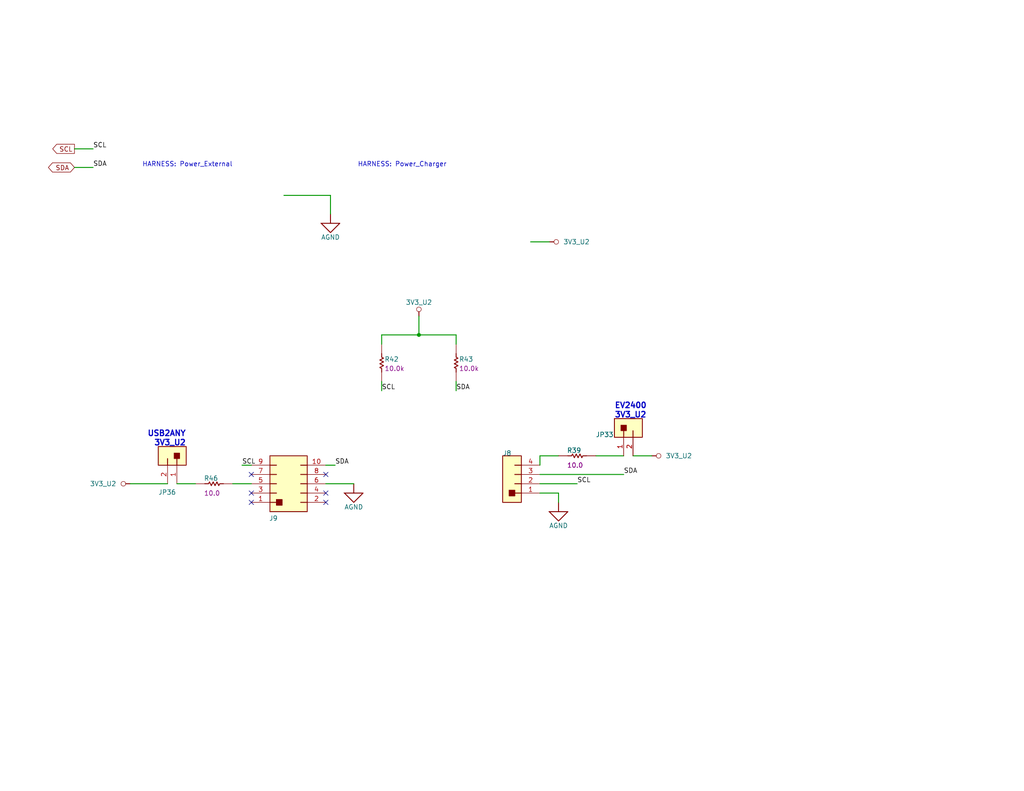
<source format=kicad_sch>
(kicad_sch (version 20211123) (generator eeschema)
  (paper "A")
  (lib_symbols
    (symbol "Top-altium-import:0_CMP-0017299-3"
      (property "Value" "0_CMP-0017299-3" (at 0 0 0))
      (symbol "0_CMP-0017299-3_1_0"
        (polyline (pts (xy 2.54 0) (xy 1.524 0) (xy 1.27 -0.508) (xy 0.762 0.508) (xy 0.254 -0.508) (xy -0.254 0.508) (xy -0.762 -0.508) (xy -1.27 0.508) (xy -1.524 0) (xy -2.54 0)) (stroke (width 0.254)))
        (pin passive line (at -5.08 0 0) (length 2.54) (name "1") (number "1"))
        (pin passive line (at 5.08 0 180) (length 2.54) (name "2") (number "2"))
      )
    )
    (symbol "Top-altium-import:1_CMP-0002337-1"
      (property "Value" "1_CMP-0002337-1" (at 0 0 0))
      (symbol "1_CMP-0002337-1_1_0"
        (polyline (pts (xy 0 0) (xy 0 1.778)) (stroke (width 0.254)))
        (polyline (pts (xy 2.54 0) (xy 2.54 1.778)) (stroke (width 0.254)))
        (rectangle (start 0.762 3.302) (end -0.762 1.778) (fill (type outline)))
        (rectangle (start 5.08 5.08) (end -2.54 0) (stroke (width 0.254)) (fill (type background)))
        (pin passive line (at 0 -5.08 90) (length 5.08) (name "1") (number "1"))
        (pin passive line (at 2.54 -5.08 90) (length 5.08) (name "2") (number "2"))
      )
    )
    (symbol "Top-altium-import:1_CMP-0025958-3"
      (property "Value" "1_CMP-0025958-3" (at 0 0 0))
      (symbol "1_CMP-0025958-3_1_0"
        (polyline (pts (xy 0 2.54) (xy 0 1.524) (xy 0.508 1.27) (xy -0.508 0.762) (xy 0.508 0.254) (xy -0.508 -0.254) (xy 0.508 -0.762) (xy -0.508 -1.27) (xy 0 -1.524) (xy 0 -2.54)) (stroke (width 0.254)))
        (pin passive line (at 0 -5.08 90) (length 2.54) (name "1") (number "1"))
        (pin passive line (at 0 5.08 270) (length 2.54) (name "2") (number "2"))
      )
    )
    (symbol "Top-altium-import:1_mirrored_CMP-0002337-1"
      (property "Value" "1_mirrored_CMP-0002337-1" (at 0 0 0))
      (symbol "1_mirrored_CMP-0002337-1_1_0"
        (polyline (pts (xy -2.54 0) (xy -2.54 1.778)) (stroke (width 0.254)))
        (polyline (pts (xy 0 0) (xy 0 1.778)) (stroke (width 0.254)))
        (rectangle (start 0.762 3.302) (end -0.762 1.778) (fill (type outline)))
        (rectangle (start 2.54 5.08) (end -5.08 0) (stroke (width 0.254)) (fill (type background)))
        (pin passive line (at 0 -5.08 90) (length 5.08) (name "1") (number "1"))
        (pin passive line (at -2.54 -5.08 90) (length 5.08) (name "2") (number "2"))
      )
    )
    (symbol "Top-altium-import:2_CMP-0017299-3"
      (property "Value" "2_CMP-0017299-3" (at 0 0 0))
      (symbol "2_CMP-0017299-3_1_0"
        (polyline (pts (xy -2.54 0) (xy -1.524 0) (xy -1.27 0.508) (xy -0.762 -0.508) (xy -0.254 0.508) (xy 0.254 -0.508) (xy 0.762 0.508) (xy 1.27 -0.508) (xy 1.524 0) (xy 2.54 0)) (stroke (width 0.254)))
        (pin passive line (at 5.08 0 180) (length 2.54) (name "1") (number "1"))
        (pin passive line (at -5.08 0 0) (length 2.54) (name "2") (number "2"))
      )
    )
    (symbol "Top-altium-import:2_CMP-0055187-1"
      (property "Value" "2_CMP-0055187-1" (at 0 0 0))
      (symbol "2_CMP-0055187-1_1_0"
        (rectangle (start -1.778 -1.778) (end -3.302 -3.302) (stroke (width 0.254)) (fill (type outline)))
        (polyline (pts (xy 0 -2.54) (xy -1.778 -2.54)) (stroke (width 0.254)))
        (polyline (pts (xy 0 0) (xy -1.778 0)) (stroke (width 0.254)))
        (polyline (pts (xy 0 2.54) (xy -1.778 2.54)) (stroke (width 0.254)))
        (polyline (pts (xy 0 5.08) (xy -1.778 5.08)) (stroke (width 0.254)))
        (rectangle (start 0 7.62) (end -5.08 -5.08) (stroke (width 0.254)) (fill (type background)))
        (pin passive line (at 5.08 -2.54 180) (length 5.08) (name "1") (number "1"))
        (pin passive line (at 5.08 0 180) (length 5.08) (name "2") (number "2"))
        (pin passive line (at 5.08 2.54 180) (length 5.08) (name "3") (number "3"))
        (pin passive line (at 5.08 5.08 180) (length 5.08) (name "4") (number "4"))
      )
    )
    (symbol "Top-altium-import:2_mirrored_CMP-0055448-2"
      (property "Value" "2_mirrored_CMP-0055448-2" (at 0 0 0))
      (symbol "2_mirrored_CMP-0055448-2_1_0"
        (rectangle (start -1.778 -4.318) (end -3.302 -5.842) (stroke (width 0.254)) (fill (type outline)))
        (polyline (pts (xy -5.08 -5.08) (xy -3.302 -5.08)) (stroke (width 0.254)))
        (polyline (pts (xy -5.08 -2.54) (xy -3.302 -2.54)) (stroke (width 0.254)))
        (polyline (pts (xy -5.08 0) (xy -3.302 0)) (stroke (width 0.254)))
        (polyline (pts (xy -5.08 2.54) (xy -3.302 2.54)) (stroke (width 0.254)))
        (polyline (pts (xy -5.08 5.08) (xy -3.302 5.08)) (stroke (width 0.254)))
        (polyline (pts (xy 5.08 -5.08) (xy 3.302 -5.08)) (stroke (width 0.254)))
        (polyline (pts (xy 5.08 -2.54) (xy 3.302 -2.54)) (stroke (width 0.254)))
        (polyline (pts (xy 5.08 0) (xy 3.302 0)) (stroke (width 0.254)))
        (polyline (pts (xy 5.08 2.54) (xy 3.302 2.54)) (stroke (width 0.254)))
        (polyline (pts (xy 5.08 5.08) (xy 3.302 5.08)) (stroke (width 0.254)))
        (rectangle (start 5.08 7.62) (end -5.08 -7.62) (stroke (width 0.254)) (fill (type background)))
        (pin passive line (at -10.16 -5.08 0) (length 5.08) (name "1") (number "1"))
        (pin passive line (at 10.16 5.08 180) (length 5.08) (name "10") (number "10"))
        (pin passive line (at 10.16 -5.08 180) (length 5.08) (name "2") (number "2"))
        (pin passive line (at -10.16 -2.54 0) (length 5.08) (name "3") (number "3"))
        (pin passive line (at 10.16 -2.54 180) (length 5.08) (name "4") (number "4"))
        (pin passive line (at -10.16 0 0) (length 5.08) (name "5") (number "5"))
        (pin passive line (at 10.16 0 180) (length 5.08) (name "6") (number "6"))
        (pin passive line (at -10.16 2.54 0) (length 5.08) (name "7") (number "7"))
        (pin passive line (at 10.16 2.54 180) (length 5.08) (name "8") (number "8"))
        (pin passive line (at -10.16 5.08 0) (length 5.08) (name "9") (number "9"))
      )
    )
    (symbol "Top-altium-import:3V3_U2" (power)
      (property "Reference" "#PWR" (at 0 0 0))
      (property "Value" "3V3_U2" (at 0 3.81 0))
      (symbol "3V3_U2_0_0"
        (circle (center 0 -1.905) (radius 0.635) (stroke (width 0.127)))
        (polyline (pts (xy 0 0) (xy 0 -1.27)) (stroke (width 0.254)))
        (pin power_in line (at 0 0 0) (length 0) hide (name "3V3_U2") (number ""))
      )
    )
    (symbol "Top-altium-import:AGND" (power)
      (property "Reference" "#PWR" (at 0 0 0))
      (property "Value" "AGND" (at 0 6.35 0))
      (symbol "AGND_0_0"
        (polyline (pts (xy 0 0) (xy 0 -2.54)) (stroke (width 0.254)))
        (polyline (pts (xy -2.54 -2.54) (xy 2.54 -2.54) (xy 0 -5.08) (xy -2.54 -2.54)) (stroke (width 0.254)))
        (pin power_in line (at 0 0 0) (length 0) hide (name "AGND") (number ""))
      )
    )
  )
  (junction (at 114.3 91.44))
  (no_connect (at 88.9 137.16))
  (no_connect (at 68.58 134.62))
  (no_connect (at 68.58 137.16))
  (no_connect (at 68.58 129.54))
  (no_connect (at 88.9 134.62))
  (no_connect (at 88.9 129.54))
  (wire (pts (xy 104.14 91.44) (xy 114.3 91.44)) (stroke (width 0.254)))
  (wire (pts (xy 104.14 104.14) (xy 104.14 106.68)) (stroke (width 0.254)))
  (wire (pts (xy 162.56 124.46) (xy 170.18 124.46)) (stroke (width 0.254)))
  (wire (pts (xy 114.3 91.44) (xy 124.46 91.44)) (stroke (width 0.254)))
  (wire (pts (xy 147.32 132.08) (xy 157.48 132.08)) (stroke (width 0.254)))
  (wire (pts (xy 147.32 129.54) (xy 170.18 129.54)) (stroke (width 0.254)))
  (wire (pts (xy 124.46 91.44) (xy 124.46 93.98)) (stroke (width 0.254)))
  (wire (pts (xy 88.9 132.08) (xy 96.52 132.08)) (stroke (width 0.254)))
  (wire (pts (xy 152.4 134.62) (xy 147.32 134.62)) (stroke (width 0.254)))
  (wire (pts (xy 104.14 93.98) (xy 104.14 91.44)) (stroke (width 0.254)))
  (wire (pts (xy 20.32 45.72) (xy 25.4 45.72)) (stroke (width 0.254)))
  (wire (pts (xy 172.72 124.46) (xy 177.8 124.46)) (stroke (width 0.254)))
  (wire (pts (xy 149.86 66.04) (xy 144.78 66.04)) (stroke (width 0.254)))
  (wire (pts (xy 90.17 53.34) (xy 77.47 53.34)) (stroke (width 0.254)))
  (wire (pts (xy 63.5 132.08) (xy 68.58 132.08)) (stroke (width 0.254)))
  (wire (pts (xy 147.32 127) (xy 147.32 124.46)) (stroke (width 0.254)))
  (wire (pts (xy 48.26 132.08) (xy 53.34 132.08)) (stroke (width 0.254)))
  (wire (pts (xy 20.32 40.64) (xy 25.4 40.64)) (stroke (width 0.254)))
  (wire (pts (xy 35.56 132.08) (xy 45.72 132.08)) (stroke (width 0.254)))
  (wire (pts (xy 152.4 137.16) (xy 152.4 134.62)) (stroke (width 0.254)))
  (wire (pts (xy 147.32 124.46) (xy 152.4 124.46)) (stroke (width 0.254)))
  (wire (pts (xy 66.04 127) (xy 68.58 127)) (stroke (width 0.254)))
  (wire (pts (xy 90.17 58.42) (xy 90.17 53.34)) (stroke (width 0.254)))
  (wire (pts (xy 88.9 127) (xy 91.44 127)) (stroke (width 0.254)))
  (wire (pts (xy 114.3 86.36) (xy 114.3 91.44)) (stroke (width 0.254)))
  (wire (pts (xy 124.46 104.14) (xy 124.46 106.68)) (stroke (width 0.254)))
  (text "3V3_U2" (at 50.8 121.92 180) (effects (font (size 1.524 1.524) bold) (justify right bottom)))
  (text "HARNESS: Power_External" (at 63.5 45.72 180) (effects (font (size 1.27 1.27)) (justify right bottom)))
  (text "3V3_U2" (at 167.64 114.3 180) (effects (font (size 1.524 1.524) bold) (justify left bottom)))
  (text "EV2400" (at 167.64 111.76 180) (effects (font (size 1.524 1.524) bold) (justify left bottom)))
  (text "HARNESS: Power_Charger" (at 121.92 45.72 180) (effects (font (size 1.27 1.27)) (justify right bottom)))
  (text "USB2ANY" (at 50.8 119.38 180) (effects (font (size 1.524 1.524) bold) (justify right bottom)))
  (label "SDA" (at 25.4 45.72 0))
  (label "SCL" (at 66.04 127 0))
  (label "SDA" (at 170.18 129.54 0))
  (label "SCL" (at 104.14 106.68 0))
  (label "SCL" (at 157.48 132.08 0))
  (label "SCL" (at 25.4 40.64 0))
  (label "SDA" (at 91.44 127 0))
  (label "SDA" (at 124.46 106.68 0))
  (global_label "SDA" (shape bidirectional) (at 20.32 45.72 180) (property "Intersheet References" "${INTERSHEET_REFS}" (effects hide)))
  (global_label "SCL" (shape output) (at 20.32 40.64 180) (property "Intersheet References" "${INTERSHEET_REFS}" (effects hide)))
  (symbol (lib_id "Top-altium-import:AGND") (at 96.52 132.08 0) (unit 1)
    (property "Reference" "#PWR?" (effects hide))
    (property "Value" "AGND" (at 96.52 138.43 0))
  )
  (symbol (lib_id "Top-altium-import:3V3_U2") (at 114.3 86.36 180) (unit 1)
    (property "Reference" "#PWR?" (effects hide))
    (property "Value" "3V3_U2" (at 114.3 82.55 0))
  )
  (symbol (lib_id "Top-altium-import:AGND") (at 152.4 137.16 0) (unit 1)
    (property "Reference" "#PWR?" (effects hide))
    (property "Value" "AGND" (at 152.4 143.51 0))
  )
  (symbol (lib_id "Top-altium-import:2_CMP-0055187-1") (at 142.24 132.08 0) (unit 1)
    (property "Reference" "J8" (at 137.16 124.46 0) (effects (justify left bottom)))
    (property "Value" "0022053041" (effects hide))
    (property "Footprint" "CONN_22-05-3041" (effects hide))
    (property "COMPONENTLINK1URL" "http://www.molex.com/pdm_docs/sd/022053041_sd.pdf" (effects hide))
    (property "CNHEADER" "FALSE" (effects hide))
    (property "SUPPLIER PART NUMBER 2" "27C1932" (effects hide))
    (property "PUBLISHER" "Texas Instruments" (effects hide))
    (property "SUPPLIER 2" "Newark" (effects hide))
    (property "GREEN_LIFECYCLE" "Active" (effects hide))
    (property "SUPPLIER PART NUMBER 3" "538-22-05-3041" (effects hide))
    (property "SUPPLIER 3" "Mouser" (effects hide))
    (property "GREEN_REACH" "Passed" (effects hide))
    (property "ROHS" "Y" (effects hide))
    (property "MOUNTTYPE" "TH" (effects hide))
    (property "GREEN_EU ROHS-2" "Passed" (effects hide))
    (property "SUPPLIER 1" "Digi-Key" (effects hide))
    (property "MANUFACTURER" "Molex" (effects hide))
    (property "GREEN_EU ROHS" "Passed" (effects hide))
    (property "PACKAGEREFERENCE" "4x1 R/A Header" (effects hide))
    (property "COMPTYPE" "Header" (effects hide))
    (property "LATESTREVISIONDATE" "26/05/2017" (effects hide))
    (property "PARTNUMBER" "0022053041" (effects hide))
    (property "COMPONENTLINK1DESCRIPTION" "Datasheet URL" (effects hide))
    (property "SUPPLIER PART NUMBER 1" "WM4302-ND" (effects hide))
    (property "CT" "FALSE" (effects hide))
  )
  (symbol (lib_id "Top-altium-import:1_CMP-0025958-3") (at 104.14 99.06 0) (unit 1)
    (property "Reference" "R42" (at 104.902 98.806 0) (effects (justify left bottom)))
    (property "Value" "CRCW040210K0FKED" (effects hide))
    (property "Footprint" "0402" (effects hide))
    (property "COMPTYPE" "Resistor" (effects hide))
    (property "ALTIUM_VALUE" "10.0k" (at 104.902 101.346 0) (effects (justify left bottom)))
    (property "PARTNUMBER" "CRCW040210K0FKED" (effects hide))
    (property "MANUFACTURER" "Vishay-Dale" (effects hide))
    (property "PACKAGEREFERENCE" "0402" (effects hide))
    (property "ROHS" "E" (effects hide))
    (property "RES_OHM" "10k" (effects hide))
    (property "VALUE_CODE" "10k0" (effects hide))
    (property "TOLERANCE_%" "1%" (effects hide))
    (property "VALUE1" "1%" (effects hide))
    (property "POWER_W" "63mW" (effects hide))
    (property "VALUE2" "0.063W" (effects hide))
    (property "VDC_V" "50V" (effects hide))
    (property "TEMPCO" "100 ppm/C" (effects hide))
    (property "MOUNTTYPE" "SMT" (effects hide))
    (property "TECHNOLOGY" "Thick Film" (effects hide))
    (property "COMPONENTLINK1DESCRIPTION" "Datasheet link" (effects hide))
    (property "COMPONENTLINK1URL" "http://www.vishay.com/docs/20035/dcrcwe3.pdf" (effects hide))
    (property "EIA_CODE" "E96" (effects hide))
    (property "SUPPLIER 1" "Digi-Key" (effects hide))
    (property "SUPPLIER PART NUMBER 1" "541-10.0KLCT-ND" (effects hide))
    (property "SUPPLIER 2" "Newark" (effects hide))
    (property "SUPPLIER PART NUMBER 2" "52K6595" (effects hide))
    (property "SUPPLIER 3" "Mouser" (effects hide))
    (property "SUPPLIER PART NUMBER 3" "71-CRCW0402-10K-E3" (effects hide))
    (property "AEC CATEGORY" "Q200" (effects hide))
    (property "AEC GRADE" "0" (effects hide))
    (property "AEC QUALIFIED" "Y" (effects hide))
    (property "SIZEAREA_MM2" "0.5" (effects hide))
    (property "SIZEX_MM" "1" (effects hide))
    (property "SIZEY_MM" "0.5" (effects hide))
    (property "SIZEZ_MM" "0.6" (effects hide))
    (property "VALUEDISPLAYED" "10.0k" (effects hide))
  )
  (symbol (lib_id "Top-altium-import:AGND") (at 90.17 58.42 0) (unit 1)
    (property "Reference" "#PWR?" (effects hide))
    (property "Value" "AGND" (at 90.17 64.77 0))
  )
  (symbol (lib_id "Top-altium-import:3V3_U2") (at 35.56 132.08 270) (unit 1)
    (property "Reference" "#PWR?" (effects hide))
    (property "Value" "3V3_U2" (at 31.75 132.08 90) (effects (justify right)))
  )
  (symbol (lib_id "Top-altium-import:0_CMP-0017299-3") (at 157.48 124.46 0) (unit 1)
    (property "Reference" "R39" (at 154.686 123.698 0) (effects (justify left bottom)))
    (property "Value" "ERJ-8ENF10R0V" (effects hide))
    (property "Footprint" "1206" (effects hide))
    (property "SUPPLIER PART NUMBER 2" "1748406" (effects hide))
    (property "POWER_W" "250mW" (effects hide))
    (property "SUPPLIER 2" "Farnell" (effects hide))
    (property "TEMPCO" "100 ppm/C" (effects hide))
    (property "VALUE_CODE" "10R0" (effects hide))
    (property "ROHS" "Y" (effects hide))
    (property "VALUE1" "1%" (effects hide))
    (property "MOUNTTYPE" "SMT" (effects hide))
    (property "ALTIUM_VALUE" "10.0" (effects hide))
    (property "EIA_CODE" "E96" (effects hide))
    (property "SUPPLIER 1" "Digi-Key" (effects hide))
    (property "MANUFACTURER" "Panasonic" (effects hide))
    (property "PACKAGEREFERENCE" "1206" (effects hide))
    (property "TOLERANCE_%" "1%" (effects hide))
    (property "RES_OHM" "10" (effects hide))
    (property "SIZEX_MM" "3.2" (effects hide))
    (property "SIZEY_MM" "1.6" (effects hide))
    (property "SIZEZ_MM" "1.35" (effects hide))
    (property "VALUE2" "0.25W" (effects hide))
    (property "SIZEAREA_MM2" "5.12" (effects hide))
    (property "COMPTYPE" "Resistor" (effects hide))
    (property "PARTNUMBER" "ERJ-8ENF10R0V" (effects hide))
    (property "AEC QUALIFIED" "Y" (effects hide))
    (property "VDC_V" "200V" (effects hide))
    (property "COMPONENTLINK1DESCRIPTION" "Datasheet link" (effects hide))
    (property "SUPPLIER PART NUMBER 1" "P10.0FCT-ND" (effects hide))
    (property "AEC CATEGORY" "Q200" (effects hide))
    (property "TECHNOLOGY" "Thick Film" (effects hide))
    (property "VALUEDISPLAYED" "10.0" (at 154.686 127.762 0) (effects (justify left bottom)))
    (property "COMPONENTLINK1URL" "https://industrial.panasonic.com/cdbs/www-data/pdf/RDA0000/AOA0000C304.pdf" (effects hide))
    (property "AEC GRADE" "0" (effects hide))
    (property "SIZEAREAWB_MM2" "10.92" (effects hide))
  )
  (symbol (lib_id "Top-altium-import:3V3_U2") (at 149.86 66.04 90) (unit 1)
    (property "Reference" "#PWR?" (effects hide))
    (property "Value" "3V3_U2" (at 153.67 66.04 90) (effects (justify right)))
  )
  (symbol (lib_id "Top-altium-import:1_mirrored_CMP-0002337-1") (at 48.26 127 0) (unit 1)
    (property "Reference" "JP36" (at 43.18 135.128 0) (effects (justify left bottom)))
    (property "Value" "Header_2x1" (effects hide))
    (property "Footprint" "CONN_PEC02SAAN" (effects hide))
    (property "PARTNUMBER" "PEC02SAAN" (effects hide))
    (property "MANUFACTURER" "Sullins Connector Solutions" (effects hide))
    (property "PACKAGEREFERENCE" "Header, 2 PIN, 100mil, Tin" (effects hide))
    (property "COMPTYPE" "Header" (effects hide))
    (property "ROHS" "Y" (effects hide))
    (property "MOUNTTYPE" "TH" (effects hide))
    (property "COMPONENTLINK1DESCRIPTION" "Datasheet URL" (effects hide))
    (property "COMPONENTLINK1URL" "http://www.sullinscorp.com/catalogs/77_PAGE108-109_.100_MALE_HDR.pdf" (effects hide))
    (property "PUBLISHER" "Texas Instruments" (effects hide))
    (property "LATESTREVISIONDATE" "26/05/2017" (effects hide))
    (property "SUPPLIER 1" "Digi-Key" (effects hide))
    (property "SUPPLIER PART NUMBER 1" "S1012E-02-ND" (effects hide))
    (property "CERT_UL" "Y" (effects hide))
    (property "CLASSNAME" "Header" (effects hide))
    (property "CNHEADER" "TRUE" (effects hide))
    (property "COLOR" "Black" (effects hide))
    (property "CONTACTFINISH" "Tin" (effects hide))
    (property "CT" "FALSE" (effects hide))
    (property "CURRENT_A" "3A" (effects hide))
    (property "GENDER" "Male" (effects hide))
    (property "GREEN_EU ROHS-2" "Incomplete" (effects hide))
    (property "GREEN_EU ROHS" "Incomplete" (effects hide))
    (property "GREEN_LIFECYCLE" "Not Set" (effects hide))
    (property "GREEN_REACH" "Incomplete" (effects hide))
    (property "ORIENTATION" "Vertical" (effects hide))
    (property "PINCOUNT" "2" (effects hide))
    (property "PITCH_MM" "2.54" (effects hide))
    (property "ROW_COUNT" "1" (effects hide))
    (property "SHROUDED" "N" (effects hide))
    (property "VOLTAGE_V" "1.8kV" (effects hide))
  )
  (symbol (lib_id "Top-altium-import:2_mirrored_CMP-0055448-2") (at 78.74 132.08 0) (unit 1)
    (property "Reference" "J9" (at 73.406 142.24 0) (effects (justify left bottom)))
    (property "Value" "N2510-6002-RB" (effects hide))
    (property "Footprint" "CONN_2510-6002" (effects hide))
    (property "COMPONENTLINK1URL" "http://multimedia.3m.com/mws/mediawebserver?mwsId=66666UF6EVsSyXTtMXM6MxfcEVtQEVs6EVs6EVs6E666666--&fn=ts0770.pdf" (effects hide))
    (property "SUPPLIER PART NUMBER 2" "18M6808" (effects hide))
    (property "SUPPLIER 2" "Newark" (effects hide))
    (property "GREEN_LIFECYCLE" "Active" (effects hide))
    (property "SUPPLIER PART NUMBER 3" "517-N2510-6002RB" (effects hide))
    (property "SUPPLIER 3" "Mouser" (effects hide))
    (property "GREEN_REACH" "Passed" (effects hide))
    (property "ROHS" "Y" (effects hide))
    (property "MOUNTTYPE" "TH" (effects hide))
    (property "GREEN_EU ROHS-2" "Incomplete" (effects hide))
    (property "SUPPLIER 1" "Digi-Key" (effects hide))
    (property "MANUFACTURER" "3M" (effects hide))
    (property "GREEN_EU ROHS" "Passed" (effects hide))
    (property "PACKAGEREFERENCE" "5x2 Shrouded header" (effects hide))
    (property "COMPTYPE" "Header" (effects hide))
    (property "PARTNUMBER" "N2510-6002-RB" (effects hide))
    (property "COMPONENTLINK1DESCRIPTION" "Datasheet URL" (effects hide))
    (property "SUPPLIER PART NUMBER 1" "MHC10K-ND" (effects hide))
  )
  (symbol (lib_id "Top-altium-import:3V3_U2") (at 177.8 124.46 90) (unit 1)
    (property "Reference" "#PWR?" (effects hide))
    (property "Value" "3V3_U2" (at 181.61 124.46 90) (effects (justify right)))
  )
  (symbol (lib_id "Top-altium-import:1_CMP-0025958-3") (at 124.46 99.06 0) (unit 1)
    (property "Reference" "R43" (at 125.222 98.806 0) (effects (justify left bottom)))
    (property "Value" "CRCW040210K0FKED" (effects hide))
    (property "Footprint" "0402" (effects hide))
    (property "COMPTYPE" "Resistor" (effects hide))
    (property "ALTIUM_VALUE" "10.0k" (at 125.222 101.346 0) (effects (justify left bottom)))
    (property "PARTNUMBER" "CRCW040210K0FKED" (effects hide))
    (property "MANUFACTURER" "Vishay-Dale" (effects hide))
    (property "PACKAGEREFERENCE" "0402" (effects hide))
    (property "ROHS" "E" (effects hide))
    (property "RES_OHM" "10k" (effects hide))
    (property "VALUE_CODE" "10k0" (effects hide))
    (property "TOLERANCE_%" "1%" (effects hide))
    (property "VALUE1" "1%" (effects hide))
    (property "POWER_W" "63mW" (effects hide))
    (property "VALUE2" "0.063W" (effects hide))
    (property "VDC_V" "50V" (effects hide))
    (property "TEMPCO" "100 ppm/C" (effects hide))
    (property "MOUNTTYPE" "SMT" (effects hide))
    (property "TECHNOLOGY" "Thick Film" (effects hide))
    (property "COMPONENTLINK1DESCRIPTION" "Datasheet link" (effects hide))
    (property "COMPONENTLINK1URL" "http://www.vishay.com/docs/20035/dcrcwe3.pdf" (effects hide))
    (property "EIA_CODE" "E96" (effects hide))
    (property "SUPPLIER 1" "Digi-Key" (effects hide))
    (property "SUPPLIER PART NUMBER 1" "541-10.0KLCT-ND" (effects hide))
    (property "SUPPLIER 2" "Newark" (effects hide))
    (property "SUPPLIER PART NUMBER 2" "52K6595" (effects hide))
    (property "SUPPLIER 3" "Mouser" (effects hide))
    (property "SUPPLIER PART NUMBER 3" "71-CRCW0402-10K-E3" (effects hide))
    (property "AEC CATEGORY" "Q200" (effects hide))
    (property "AEC GRADE" "0" (effects hide))
    (property "AEC QUALIFIED" "Y" (effects hide))
    (property "SIZEAREA_MM2" "0.5" (effects hide))
    (property "SIZEX_MM" "1" (effects hide))
    (property "SIZEY_MM" "0.5" (effects hide))
    (property "SIZEZ_MM" "0.6" (effects hide))
    (property "VALUEDISPLAYED" "10.0k" (effects hide))
  )
  (symbol (lib_id "Top-altium-import:2_CMP-0017299-3") (at 58.42 132.08 0) (unit 1)
    (property "Reference" "R46" (at 55.626 131.318 0) (effects (justify left bottom)))
    (property "Value" "ERJ-8ENF10R0V" (effects hide))
    (property "Footprint" "1206" (effects hide))
    (property "SUPPLIER PART NUMBER 2" "1748406" (effects hide))
    (property "POWER_W" "250mW" (effects hide))
    (property "SUPPLIER 2" "Farnell" (effects hide))
    (property "TEMPCO" "100 ppm/C" (effects hide))
    (property "VALUE_CODE" "10R0" (effects hide))
    (property "ROHS" "Y" (effects hide))
    (property "VALUE1" "1%" (effects hide))
    (property "MOUNTTYPE" "SMT" (effects hide))
    (property "ALTIUM_VALUE" "10.0" (effects hide))
    (property "EIA_CODE" "E96" (effects hide))
    (property "SUPPLIER 1" "Digi-Key" (effects hide))
    (property "MANUFACTURER" "Panasonic" (effects hide))
    (property "PACKAGEREFERENCE" "1206" (effects hide))
    (property "TOLERANCE_%" "1%" (effects hide))
    (property "RES_OHM" "10" (effects hide))
    (property "SIZEX_MM" "3.2" (effects hide))
    (property "SIZEY_MM" "1.6" (effects hide))
    (property "SIZEZ_MM" "1.35" (effects hide))
    (property "VALUE2" "0.25W" (effects hide))
    (property "SIZEAREA_MM2" "5.12" (effects hide))
    (property "COMPTYPE" "Resistor" (effects hide))
    (property "PARTNUMBER" "ERJ-8ENF10R0V" (effects hide))
    (property "AEC QUALIFIED" "Y" (effects hide))
    (property "VDC_V" "200V" (effects hide))
    (property "COMPONENTLINK1DESCRIPTION" "Datasheet link" (effects hide))
    (property "SUPPLIER PART NUMBER 1" "P10.0FCT-ND" (effects hide))
    (property "AEC CATEGORY" "Q200" (effects hide))
    (property "TECHNOLOGY" "Thick Film" (effects hide))
    (property "VALUEDISPLAYED" "10.0" (at 55.626 135.382 0) (effects (justify left bottom)))
    (property "COMPONENTLINK1URL" "https://industrial.panasonic.com/cdbs/www-data/pdf/RDA0000/AOA0000C304.pdf" (effects hide))
    (property "AEC GRADE" "0" (effects hide))
    (property "SIZEAREAWB_MM2" "10.92" (effects hide))
  )
  (symbol (lib_id "Top-altium-import:1_CMP-0002337-1") (at 170.18 119.38 0) (unit 1)
    (property "Reference" "JP33" (at 162.56 119.38 0) (effects (justify left bottom)))
    (property "Value" "Header_2x1" (effects hide))
    (property "Footprint" "CONN_PEC02SAAN" (effects hide))
    (property "PARTNUMBER" "PEC02SAAN" (effects hide))
    (property "MANUFACTURER" "Sullins Connector Solutions" (effects hide))
    (property "PACKAGEREFERENCE" "Header, 2 PIN, 100mil, Tin" (effects hide))
    (property "COMPTYPE" "Header" (effects hide))
    (property "ROHS" "Y" (effects hide))
    (property "MOUNTTYPE" "TH" (effects hide))
    (property "COMPONENTLINK1DESCRIPTION" "Datasheet URL" (effects hide))
    (property "COMPONENTLINK1URL" "http://www.sullinscorp.com/catalogs/77_PAGE108-109_.100_MALE_HDR.pdf" (effects hide))
    (property "PUBLISHER" "Texas Instruments" (effects hide))
    (property "LATESTREVISIONDATE" "26/05/2017" (effects hide))
    (property "SUPPLIER 1" "Digi-Key" (effects hide))
    (property "SUPPLIER PART NUMBER 1" "S1012E-02-ND" (effects hide))
    (property "CERT_UL" "Y" (effects hide))
    (property "CLASSNAME" "Header" (effects hide))
    (property "CNHEADER" "TRUE" (effects hide))
    (property "COLOR" "Black" (effects hide))
    (property "CONTACTFINISH" "Tin" (effects hide))
    (property "CT" "FALSE" (effects hide))
    (property "CURRENT_A" "3A" (effects hide))
    (property "GENDER" "Male" (effects hide))
    (property "GREEN_EU ROHS-2" "Incomplete" (effects hide))
    (property "GREEN_EU ROHS" "Incomplete" (effects hide))
    (property "GREEN_LIFECYCLE" "Not Set" (effects hide))
    (property "GREEN_REACH" "Incomplete" (effects hide))
    (property "ORIENTATION" "Vertical" (effects hide))
    (property "PINCOUNT" "2" (effects hide))
    (property "PITCH_MM" "2.54" (effects hide))
    (property "ROW_COUNT" "1" (effects hide))
    (property "SHROUDED" "N" (effects hide))
    (property "VOLTAGE_V" "1.8kV" (effects hide))
  )
)
</source>
